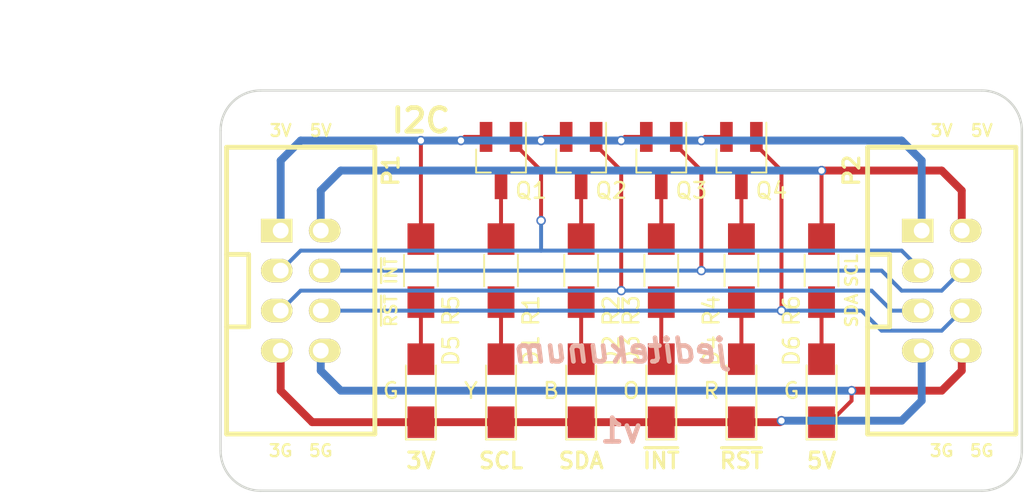
<source format=kicad_pcb>
(kicad_pcb (version 4) (host pcbnew 4.0.7)

  (general
    (links 34)
    (no_connects 0)
    (area 79.934999 71.044999 130.885001 96.595001)
    (thickness 1.6)
    (drawings 38)
    (tracks 101)
    (zones 0)
    (modules 18)
    (nets 19)
  )

  (page A4)
  (layers
    (0 F.Cu signal)
    (31 B.Cu signal)
    (32 B.Adhes user)
    (33 F.Adhes user)
    (34 B.Paste user)
    (35 F.Paste user)
    (36 B.SilkS user)
    (37 F.SilkS user)
    (38 B.Mask user)
    (39 F.Mask user)
    (40 Dwgs.User user)
    (41 Cmts.User user)
    (42 Eco1.User user)
    (43 Eco2.User user)
    (44 Edge.Cuts user)
    (45 Margin user)
    (46 B.CrtYd user)
    (47 F.CrtYd user)
    (48 B.Fab user)
    (49 F.Fab user)
  )

  (setup
    (last_trace_width 0.25)
    (user_trace_width 0.5)
    (user_trace_width 1)
    (trace_clearance 0.2)
    (zone_clearance 0.508)
    (zone_45_only no)
    (trace_min 0.2)
    (segment_width 0.2)
    (edge_width 0.15)
    (via_size 0.6)
    (via_drill 0.4)
    (via_min_size 0.4)
    (via_min_drill 0.3)
    (uvia_size 0.3)
    (uvia_drill 0.1)
    (uvias_allowed no)
    (uvia_min_size 0.2)
    (uvia_min_drill 0.1)
    (pcb_text_width 0.3)
    (pcb_text_size 1.5 1.5)
    (mod_edge_width 0.15)
    (mod_text_size 1 1)
    (mod_text_width 0.15)
    (pad_size 1.524 1.524)
    (pad_drill 0.762)
    (pad_to_mask_clearance 0.2)
    (aux_axis_origin 0 0)
    (visible_elements FFFFFF7F)
    (pcbplotparams
      (layerselection 0x00030_80000001)
      (usegerberextensions false)
      (excludeedgelayer true)
      (linewidth 0.100000)
      (plotframeref false)
      (viasonmask false)
      (mode 1)
      (useauxorigin false)
      (hpglpennumber 1)
      (hpglpenspeed 20)
      (hpglpendiameter 15)
      (hpglpenoverlay 2)
      (psnegative false)
      (psa4output false)
      (plotreference true)
      (plotvalue true)
      (plotinvisibletext false)
      (padsonsilk false)
      (subtractmaskfromsilk false)
      (outputformat 1)
      (mirror false)
      (drillshape 1)
      (scaleselection 1)
      (outputdirectory ""))
  )

  (net 0 "")
  (net 1 /3GND)
  (net 2 "Net-(D1-Pad2)")
  (net 3 "Net-(D2-Pad2)")
  (net 4 "Net-(D3-Pad2)")
  (net 5 "Net-(D4-Pad2)")
  (net 6 "Net-(D5-Pad2)")
  (net 7 /5GND)
  (net 8 "Net-(D6-Pad2)")
  (net 9 /3V)
  (net 10 /5V)
  (net 11 /SCL)
  (net 12 /~INT)
  (net 13 /SDA)
  (net 14 /~RESET)
  (net 15 "Net-(Q1-Pad3)")
  (net 16 "Net-(Q2-Pad3)")
  (net 17 "Net-(Q3-Pad3)")
  (net 18 "Net-(Q4-Pad3)")

  (net_class Default "This is the default net class."
    (clearance 0.2)
    (trace_width 0.25)
    (via_dia 0.6)
    (via_drill 0.4)
    (uvia_dia 0.3)
    (uvia_drill 0.1)
    (add_net /3GND)
    (add_net /3V)
    (add_net /5GND)
    (add_net /5V)
    (add_net /SCL)
    (add_net /SDA)
    (add_net /~INT)
    (add_net /~RESET)
    (add_net "Net-(D1-Pad2)")
    (add_net "Net-(D2-Pad2)")
    (add_net "Net-(D3-Pad2)")
    (add_net "Net-(D4-Pad2)")
    (add_net "Net-(D5-Pad2)")
    (add_net "Net-(D6-Pad2)")
    (add_net "Net-(Q1-Pad3)")
    (add_net "Net-(Q2-Pad3)")
    (add_net "Net-(Q3-Pad3)")
    (add_net "Net-(Q4-Pad3)")
  )

  (module w_conn_strip:vasch_strip_4x2 (layer F.Cu) (tedit 5A9AC63D) (tstamp 5A11EFF8)
    (at 125.73 83.82 270)
    (descr "Box header 4x2pin 2.54mm")
    (tags "CONN DEV")
    (path /5A11EF23)
    (fp_text reference P2 (at -7.62 5.715 270) (layer F.SilkS)
      (effects (font (size 1 1) (thickness 0.2032)))
    )
    (fp_text value MY_CONN_I2C (at 0 5.7 270) (layer F.SilkS) hide
      (effects (font (size 1 1) (thickness 0.2032)))
    )
    (fp_line (start -9.1 4.7) (end 9.1 4.7) (layer F.SilkS) (width 0.3048))
    (fp_line (start 9.1 -4.7) (end -9.1 -4.7) (layer F.SilkS) (width 0.3048))
    (fp_line (start -9.1 -4.7) (end -9.1 4.7) (layer F.SilkS) (width 0.3048))
    (fp_line (start 9.1 -4.7) (end 9.1 4.7) (layer F.SilkS) (width 0.3048))
    (fp_line (start 2.3 4.7) (end 2.3 3.3) (layer F.SilkS) (width 0.29972))
    (fp_line (start 2.3 3.3) (end -2.3 3.3) (layer F.SilkS) (width 0.29972))
    (fp_line (start -2.3 3.3) (end -2.3 4.7) (layer F.SilkS) (width 0.29972))
    (pad 8 thru_hole oval (at 3.81 -1.27 270) (size 1.5 2) (drill 1 (offset 0 -0.25)) (layers *.Cu *.Mask F.SilkS)
      (net 7 /5GND))
    (pad 7 thru_hole oval (at 3.81 1.27 270) (size 1.5 2) (drill 1 (offset 0 0.25)) (layers *.Cu *.Mask F.SilkS)
      (net 1 /3GND))
    (pad 1 thru_hole rect (at -3.81 1.27 270) (size 1.5 2) (drill 1 (offset 0 0.25)) (layers *.Cu *.Mask F.SilkS)
      (net 9 /3V))
    (pad 2 thru_hole oval (at -3.81 -1.27 270) (size 1.5 2) (drill 1 (offset 0 -0.25)) (layers *.Cu *.Mask F.SilkS)
      (net 10 /5V))
    (pad 3 thru_hole oval (at -1.27 1.27 270) (size 1.5 2) (drill 1 (offset 0 0.25)) (layers *.Cu *.Mask F.SilkS)
      (net 11 /SCL))
    (pad 4 thru_hole oval (at -1.27 -1.27 270) (size 1.5 2) (drill 1 (offset 0 -0.25)) (layers *.Cu *.Mask F.SilkS)
      (net 12 /~INT))
    (pad 5 thru_hole oval (at 1.27 1.27 270) (size 1.5 2) (drill 1 (offset 0 0.25)) (layers *.Cu *.Mask F.SilkS)
      (net 13 /SDA))
    (pad 6 thru_hole oval (at 1.27 -1.27 270) (size 1.5 2) (drill 1 (offset 0 -0.25)) (layers *.Cu *.Mask F.SilkS)
      (net 14 /~RESET))
    (model walter/conn_strip/vasch_strip_4x2.wrl
      (at (xyz 0 0 0))
      (scale (xyz 1 1 1))
      (rotate (xyz 0 0 0))
    )
  )

  (module LEDs:LED_1206_HandSoldering (layer F.Cu) (tedit 5A9ACFEE) (tstamp 5A9ABED4)
    (at 97.79 90.17 90)
    (descr "LED SMD 1206, hand soldering")
    (tags "LED 1206")
    (path /5A9ACCC0)
    (attr smd)
    (fp_text reference D1 (at 2.54 1.905 90) (layer F.SilkS)
      (effects (font (size 1 1) (thickness 0.15)))
    )
    (fp_text value Yellow (at 0 1.905 90) (layer F.Fab)
      (effects (font (size 1 1) (thickness 0.15)))
    )
    (fp_line (start -3.1 -0.95) (end -3.1 0.95) (layer F.SilkS) (width 0.12))
    (fp_line (start -0.4 0) (end 0.2 -0.4) (layer F.Fab) (width 0.1))
    (fp_line (start 0.2 -0.4) (end 0.2 0.4) (layer F.Fab) (width 0.1))
    (fp_line (start 0.2 0.4) (end -0.4 0) (layer F.Fab) (width 0.1))
    (fp_line (start -0.45 -0.4) (end -0.45 0.4) (layer F.Fab) (width 0.1))
    (fp_line (start -1.6 0.8) (end -1.6 -0.8) (layer F.Fab) (width 0.1))
    (fp_line (start 1.6 0.8) (end -1.6 0.8) (layer F.Fab) (width 0.1))
    (fp_line (start 1.6 -0.8) (end 1.6 0.8) (layer F.Fab) (width 0.1))
    (fp_line (start -1.6 -0.8) (end 1.6 -0.8) (layer F.Fab) (width 0.1))
    (fp_line (start -3.1 0.95) (end 1.6 0.95) (layer F.SilkS) (width 0.12))
    (fp_line (start -3.1 -0.95) (end 1.6 -0.95) (layer F.SilkS) (width 0.12))
    (fp_line (start -3.25 -1.11) (end 3.25 -1.11) (layer F.CrtYd) (width 0.05))
    (fp_line (start -3.25 -1.11) (end -3.25 1.1) (layer F.CrtYd) (width 0.05))
    (fp_line (start 3.25 1.1) (end 3.25 -1.11) (layer F.CrtYd) (width 0.05))
    (fp_line (start 3.25 1.1) (end -3.25 1.1) (layer F.CrtYd) (width 0.05))
    (pad 1 smd rect (at -2 0 90) (size 2 1.7) (layers F.Cu F.Paste F.Mask)
      (net 1 /3GND))
    (pad 2 smd rect (at 2 0 90) (size 2 1.7) (layers F.Cu F.Paste F.Mask)
      (net 2 "Net-(D1-Pad2)"))
    (model ${KISYS3DMOD}/LEDs.3dshapes/LED_1206.wrl
      (at (xyz 0 0 0))
      (scale (xyz 1 1 1))
      (rotate (xyz 0 0 180))
    )
  )

  (module LEDs:LED_1206_HandSoldering (layer F.Cu) (tedit 5A9ACFF5) (tstamp 5A9ABEDA)
    (at 102.87 90.17 90)
    (descr "LED SMD 1206, hand soldering")
    (tags "LED 1206")
    (path /5A9ACC61)
    (attr smd)
    (fp_text reference D2 (at 2.54 1.905 90) (layer F.SilkS)
      (effects (font (size 1 1) (thickness 0.15)))
    )
    (fp_text value Blue (at 0 1.905 90) (layer F.Fab)
      (effects (font (size 1 1) (thickness 0.15)))
    )
    (fp_line (start -3.1 -0.95) (end -3.1 0.95) (layer F.SilkS) (width 0.12))
    (fp_line (start -0.4 0) (end 0.2 -0.4) (layer F.Fab) (width 0.1))
    (fp_line (start 0.2 -0.4) (end 0.2 0.4) (layer F.Fab) (width 0.1))
    (fp_line (start 0.2 0.4) (end -0.4 0) (layer F.Fab) (width 0.1))
    (fp_line (start -0.45 -0.4) (end -0.45 0.4) (layer F.Fab) (width 0.1))
    (fp_line (start -1.6 0.8) (end -1.6 -0.8) (layer F.Fab) (width 0.1))
    (fp_line (start 1.6 0.8) (end -1.6 0.8) (layer F.Fab) (width 0.1))
    (fp_line (start 1.6 -0.8) (end 1.6 0.8) (layer F.Fab) (width 0.1))
    (fp_line (start -1.6 -0.8) (end 1.6 -0.8) (layer F.Fab) (width 0.1))
    (fp_line (start -3.1 0.95) (end 1.6 0.95) (layer F.SilkS) (width 0.12))
    (fp_line (start -3.1 -0.95) (end 1.6 -0.95) (layer F.SilkS) (width 0.12))
    (fp_line (start -3.25 -1.11) (end 3.25 -1.11) (layer F.CrtYd) (width 0.05))
    (fp_line (start -3.25 -1.11) (end -3.25 1.1) (layer F.CrtYd) (width 0.05))
    (fp_line (start 3.25 1.1) (end 3.25 -1.11) (layer F.CrtYd) (width 0.05))
    (fp_line (start 3.25 1.1) (end -3.25 1.1) (layer F.CrtYd) (width 0.05))
    (pad 1 smd rect (at -2 0 90) (size 2 1.7) (layers F.Cu F.Paste F.Mask)
      (net 1 /3GND))
    (pad 2 smd rect (at 2 0 90) (size 2 1.7) (layers F.Cu F.Paste F.Mask)
      (net 3 "Net-(D2-Pad2)"))
    (model ${KISYS3DMOD}/LEDs.3dshapes/LED_1206.wrl
      (at (xyz 0 0 0))
      (scale (xyz 1 1 1))
      (rotate (xyz 0 0 180))
    )
  )

  (module LEDs:LED_1206_HandSoldering (layer F.Cu) (tedit 5A9ACFFB) (tstamp 5A9ABEE0)
    (at 107.95 90.17 90)
    (descr "LED SMD 1206, hand soldering")
    (tags "LED 1206")
    (path /5A9ACC0E)
    (attr smd)
    (fp_text reference D3 (at 2.54 -1.905 90) (layer F.SilkS)
      (effects (font (size 1 1) (thickness 0.15)))
    )
    (fp_text value Orange (at 0 1.905 90) (layer F.Fab)
      (effects (font (size 1 1) (thickness 0.15)))
    )
    (fp_line (start -3.1 -0.95) (end -3.1 0.95) (layer F.SilkS) (width 0.12))
    (fp_line (start -0.4 0) (end 0.2 -0.4) (layer F.Fab) (width 0.1))
    (fp_line (start 0.2 -0.4) (end 0.2 0.4) (layer F.Fab) (width 0.1))
    (fp_line (start 0.2 0.4) (end -0.4 0) (layer F.Fab) (width 0.1))
    (fp_line (start -0.45 -0.4) (end -0.45 0.4) (layer F.Fab) (width 0.1))
    (fp_line (start -1.6 0.8) (end -1.6 -0.8) (layer F.Fab) (width 0.1))
    (fp_line (start 1.6 0.8) (end -1.6 0.8) (layer F.Fab) (width 0.1))
    (fp_line (start 1.6 -0.8) (end 1.6 0.8) (layer F.Fab) (width 0.1))
    (fp_line (start -1.6 -0.8) (end 1.6 -0.8) (layer F.Fab) (width 0.1))
    (fp_line (start -3.1 0.95) (end 1.6 0.95) (layer F.SilkS) (width 0.12))
    (fp_line (start -3.1 -0.95) (end 1.6 -0.95) (layer F.SilkS) (width 0.12))
    (fp_line (start -3.25 -1.11) (end 3.25 -1.11) (layer F.CrtYd) (width 0.05))
    (fp_line (start -3.25 -1.11) (end -3.25 1.1) (layer F.CrtYd) (width 0.05))
    (fp_line (start 3.25 1.1) (end 3.25 -1.11) (layer F.CrtYd) (width 0.05))
    (fp_line (start 3.25 1.1) (end -3.25 1.1) (layer F.CrtYd) (width 0.05))
    (pad 1 smd rect (at -2 0 90) (size 2 1.7) (layers F.Cu F.Paste F.Mask)
      (net 1 /3GND))
    (pad 2 smd rect (at 2 0 90) (size 2 1.7) (layers F.Cu F.Paste F.Mask)
      (net 4 "Net-(D3-Pad2)"))
    (model ${KISYS3DMOD}/LEDs.3dshapes/LED_1206.wrl
      (at (xyz 0 0 0))
      (scale (xyz 1 1 1))
      (rotate (xyz 0 0 180))
    )
  )

  (module LEDs:LED_1206_HandSoldering (layer F.Cu) (tedit 5A9AD001) (tstamp 5A9ABEE6)
    (at 113.03 90.17 90)
    (descr "LED SMD 1206, hand soldering")
    (tags "LED 1206")
    (path /5A9ACB53)
    (attr smd)
    (fp_text reference D4 (at 2.54 -1.905 90) (layer F.SilkS)
      (effects (font (size 1 1) (thickness 0.15)))
    )
    (fp_text value Red (at 0 1.905 90) (layer F.Fab)
      (effects (font (size 1 1) (thickness 0.15)))
    )
    (fp_line (start -3.1 -0.95) (end -3.1 0.95) (layer F.SilkS) (width 0.12))
    (fp_line (start -0.4 0) (end 0.2 -0.4) (layer F.Fab) (width 0.1))
    (fp_line (start 0.2 -0.4) (end 0.2 0.4) (layer F.Fab) (width 0.1))
    (fp_line (start 0.2 0.4) (end -0.4 0) (layer F.Fab) (width 0.1))
    (fp_line (start -0.45 -0.4) (end -0.45 0.4) (layer F.Fab) (width 0.1))
    (fp_line (start -1.6 0.8) (end -1.6 -0.8) (layer F.Fab) (width 0.1))
    (fp_line (start 1.6 0.8) (end -1.6 0.8) (layer F.Fab) (width 0.1))
    (fp_line (start 1.6 -0.8) (end 1.6 0.8) (layer F.Fab) (width 0.1))
    (fp_line (start -1.6 -0.8) (end 1.6 -0.8) (layer F.Fab) (width 0.1))
    (fp_line (start -3.1 0.95) (end 1.6 0.95) (layer F.SilkS) (width 0.12))
    (fp_line (start -3.1 -0.95) (end 1.6 -0.95) (layer F.SilkS) (width 0.12))
    (fp_line (start -3.25 -1.11) (end 3.25 -1.11) (layer F.CrtYd) (width 0.05))
    (fp_line (start -3.25 -1.11) (end -3.25 1.1) (layer F.CrtYd) (width 0.05))
    (fp_line (start 3.25 1.1) (end 3.25 -1.11) (layer F.CrtYd) (width 0.05))
    (fp_line (start 3.25 1.1) (end -3.25 1.1) (layer F.CrtYd) (width 0.05))
    (pad 1 smd rect (at -2 0 90) (size 2 1.7) (layers F.Cu F.Paste F.Mask)
      (net 1 /3GND))
    (pad 2 smd rect (at 2 0 90) (size 2 1.7) (layers F.Cu F.Paste F.Mask)
      (net 5 "Net-(D4-Pad2)"))
    (model ${KISYS3DMOD}/LEDs.3dshapes/LED_1206.wrl
      (at (xyz 0 0 0))
      (scale (xyz 1 1 1))
      (rotate (xyz 0 0 180))
    )
  )

  (module LEDs:LED_1206_HandSoldering (layer F.Cu) (tedit 5A9ACFE7) (tstamp 5A9ABEEC)
    (at 92.71 90.17 90)
    (descr "LED SMD 1206, hand soldering")
    (tags "LED 1206")
    (path /5A9ACAAB)
    (attr smd)
    (fp_text reference D5 (at 2.54 1.905 90) (layer F.SilkS)
      (effects (font (size 1 1) (thickness 0.15)))
    )
    (fp_text value Green (at 0 1.905 90) (layer F.Fab)
      (effects (font (size 1 1) (thickness 0.15)))
    )
    (fp_line (start -3.1 -0.95) (end -3.1 0.95) (layer F.SilkS) (width 0.12))
    (fp_line (start -0.4 0) (end 0.2 -0.4) (layer F.Fab) (width 0.1))
    (fp_line (start 0.2 -0.4) (end 0.2 0.4) (layer F.Fab) (width 0.1))
    (fp_line (start 0.2 0.4) (end -0.4 0) (layer F.Fab) (width 0.1))
    (fp_line (start -0.45 -0.4) (end -0.45 0.4) (layer F.Fab) (width 0.1))
    (fp_line (start -1.6 0.8) (end -1.6 -0.8) (layer F.Fab) (width 0.1))
    (fp_line (start 1.6 0.8) (end -1.6 0.8) (layer F.Fab) (width 0.1))
    (fp_line (start 1.6 -0.8) (end 1.6 0.8) (layer F.Fab) (width 0.1))
    (fp_line (start -1.6 -0.8) (end 1.6 -0.8) (layer F.Fab) (width 0.1))
    (fp_line (start -3.1 0.95) (end 1.6 0.95) (layer F.SilkS) (width 0.12))
    (fp_line (start -3.1 -0.95) (end 1.6 -0.95) (layer F.SilkS) (width 0.12))
    (fp_line (start -3.25 -1.11) (end 3.25 -1.11) (layer F.CrtYd) (width 0.05))
    (fp_line (start -3.25 -1.11) (end -3.25 1.1) (layer F.CrtYd) (width 0.05))
    (fp_line (start 3.25 1.1) (end 3.25 -1.11) (layer F.CrtYd) (width 0.05))
    (fp_line (start 3.25 1.1) (end -3.25 1.1) (layer F.CrtYd) (width 0.05))
    (pad 1 smd rect (at -2 0 90) (size 2 1.7) (layers F.Cu F.Paste F.Mask)
      (net 1 /3GND))
    (pad 2 smd rect (at 2 0 90) (size 2 1.7) (layers F.Cu F.Paste F.Mask)
      (net 6 "Net-(D5-Pad2)"))
    (model ${KISYS3DMOD}/LEDs.3dshapes/LED_1206.wrl
      (at (xyz 0 0 0))
      (scale (xyz 1 1 1))
      (rotate (xyz 0 0 180))
    )
  )

  (module LEDs:LED_1206_HandSoldering (layer F.Cu) (tedit 5A9AD006) (tstamp 5A9ABEF2)
    (at 118.11 90.17 90)
    (descr "LED SMD 1206, hand soldering")
    (tags "LED 1206")
    (path /5A9AC937)
    (attr smd)
    (fp_text reference D6 (at 2.54 -1.905 90) (layer F.SilkS)
      (effects (font (size 1 1) (thickness 0.15)))
    )
    (fp_text value Green (at 0 1.905 90) (layer F.Fab)
      (effects (font (size 1 1) (thickness 0.15)))
    )
    (fp_line (start -3.1 -0.95) (end -3.1 0.95) (layer F.SilkS) (width 0.12))
    (fp_line (start -0.4 0) (end 0.2 -0.4) (layer F.Fab) (width 0.1))
    (fp_line (start 0.2 -0.4) (end 0.2 0.4) (layer F.Fab) (width 0.1))
    (fp_line (start 0.2 0.4) (end -0.4 0) (layer F.Fab) (width 0.1))
    (fp_line (start -0.45 -0.4) (end -0.45 0.4) (layer F.Fab) (width 0.1))
    (fp_line (start -1.6 0.8) (end -1.6 -0.8) (layer F.Fab) (width 0.1))
    (fp_line (start 1.6 0.8) (end -1.6 0.8) (layer F.Fab) (width 0.1))
    (fp_line (start 1.6 -0.8) (end 1.6 0.8) (layer F.Fab) (width 0.1))
    (fp_line (start -1.6 -0.8) (end 1.6 -0.8) (layer F.Fab) (width 0.1))
    (fp_line (start -3.1 0.95) (end 1.6 0.95) (layer F.SilkS) (width 0.12))
    (fp_line (start -3.1 -0.95) (end 1.6 -0.95) (layer F.SilkS) (width 0.12))
    (fp_line (start -3.25 -1.11) (end 3.25 -1.11) (layer F.CrtYd) (width 0.05))
    (fp_line (start -3.25 -1.11) (end -3.25 1.1) (layer F.CrtYd) (width 0.05))
    (fp_line (start 3.25 1.1) (end 3.25 -1.11) (layer F.CrtYd) (width 0.05))
    (fp_line (start 3.25 1.1) (end -3.25 1.1) (layer F.CrtYd) (width 0.05))
    (pad 1 smd rect (at -2 0 90) (size 2 1.7) (layers F.Cu F.Paste F.Mask)
      (net 7 /5GND))
    (pad 2 smd rect (at 2 0 90) (size 2 1.7) (layers F.Cu F.Paste F.Mask)
      (net 8 "Net-(D6-Pad2)"))
    (model ${KISYS3DMOD}/LEDs.3dshapes/LED_1206.wrl
      (at (xyz 0 0 0))
      (scale (xyz 1 1 1))
      (rotate (xyz 0 0 180))
    )
  )

  (module w_conn_strip:vasch_strip_4x2 (layer F.Cu) (tedit 5A9AC5CB) (tstamp 5A9ABEF3)
    (at 85.09 83.82 270)
    (descr "Box header 4x2pin 2.54mm")
    (tags "CONN DEV")
    (path /5A9AB8D1)
    (fp_text reference P1 (at -7.62 -5.715 270) (layer F.SilkS)
      (effects (font (size 1 1) (thickness 0.2032)))
    )
    (fp_text value MY_CONN_I2C (at 0 5.7 270) (layer F.SilkS) hide
      (effects (font (size 1 1) (thickness 0.2032)))
    )
    (fp_line (start -9.1 4.7) (end 9.1 4.7) (layer F.SilkS) (width 0.3048))
    (fp_line (start 9.1 -4.7) (end -9.1 -4.7) (layer F.SilkS) (width 0.3048))
    (fp_line (start -9.1 -4.7) (end -9.1 4.7) (layer F.SilkS) (width 0.3048))
    (fp_line (start 9.1 -4.7) (end 9.1 4.7) (layer F.SilkS) (width 0.3048))
    (fp_line (start 2.3 4.7) (end 2.3 3.3) (layer F.SilkS) (width 0.29972))
    (fp_line (start 2.3 3.3) (end -2.3 3.3) (layer F.SilkS) (width 0.29972))
    (fp_line (start -2.3 3.3) (end -2.3 4.7) (layer F.SilkS) (width 0.29972))
    (pad 8 thru_hole oval (at 3.81 -1.27 270) (size 1.5 2) (drill 1 (offset 0 -0.25)) (layers *.Cu *.Mask F.SilkS)
      (net 7 /5GND))
    (pad 7 thru_hole oval (at 3.81 1.27 270) (size 1.5 2) (drill 1 (offset 0 0.25)) (layers *.Cu *.Mask F.SilkS)
      (net 1 /3GND))
    (pad 1 thru_hole rect (at -3.81 1.27 270) (size 1.5 2) (drill 1 (offset 0 0.25)) (layers *.Cu *.Mask F.SilkS)
      (net 9 /3V))
    (pad 2 thru_hole oval (at -3.81 -1.27 270) (size 1.5 2) (drill 1 (offset 0 -0.25)) (layers *.Cu *.Mask F.SilkS)
      (net 10 /5V))
    (pad 3 thru_hole oval (at -1.27 1.27 270) (size 1.5 2) (drill 1 (offset 0 0.25)) (layers *.Cu *.Mask F.SilkS)
      (net 11 /SCL))
    (pad 4 thru_hole oval (at -1.27 -1.27 270) (size 1.5 2) (drill 1 (offset 0 -0.25)) (layers *.Cu *.Mask F.SilkS)
      (net 12 /~INT))
    (pad 5 thru_hole oval (at 1.27 1.27 270) (size 1.5 2) (drill 1 (offset 0 0.25)) (layers *.Cu *.Mask F.SilkS)
      (net 13 /SDA))
    (pad 6 thru_hole oval (at 1.27 -1.27 270) (size 1.5 2) (drill 1 (offset 0 -0.25)) (layers *.Cu *.Mask F.SilkS)
      (net 14 /~RESET))
    (model walter/conn_strip/vasch_strip_4x2.wrl
      (at (xyz 0 0 0))
      (scale (xyz 1 1 1))
      (rotate (xyz 0 0 0))
    )
  )

  (module TO_SOT_Packages_SMD:SOT-23_Handsoldering (layer F.Cu) (tedit 5A9ACD33) (tstamp 5A9ABF04)
    (at 97.79 75.565 270)
    (descr "SOT-23, Handsoldering")
    (tags SOT-23)
    (path /5A9AC4E7)
    (attr smd)
    (fp_text reference Q1 (at 1.905 -1.905 360) (layer F.SilkS)
      (effects (font (size 1 1) (thickness 0.15)))
    )
    (fp_text value "IRLML P (GSD)" (at 0 2.5 270) (layer F.Fab) hide
      (effects (font (size 1 1) (thickness 0.15)))
    )
    (fp_text user %R (at 0 0 360) (layer F.Fab)
      (effects (font (size 0.5 0.5) (thickness 0.075)))
    )
    (fp_line (start 0.76 1.58) (end 0.76 0.65) (layer F.SilkS) (width 0.12))
    (fp_line (start 0.76 -1.58) (end 0.76 -0.65) (layer F.SilkS) (width 0.12))
    (fp_line (start -2.7 -1.75) (end 2.7 -1.75) (layer F.CrtYd) (width 0.05))
    (fp_line (start 2.7 -1.75) (end 2.7 1.75) (layer F.CrtYd) (width 0.05))
    (fp_line (start 2.7 1.75) (end -2.7 1.75) (layer F.CrtYd) (width 0.05))
    (fp_line (start -2.7 1.75) (end -2.7 -1.75) (layer F.CrtYd) (width 0.05))
    (fp_line (start 0.76 -1.58) (end -2.4 -1.58) (layer F.SilkS) (width 0.12))
    (fp_line (start -0.7 -0.95) (end -0.7 1.5) (layer F.Fab) (width 0.1))
    (fp_line (start -0.15 -1.52) (end 0.7 -1.52) (layer F.Fab) (width 0.1))
    (fp_line (start -0.7 -0.95) (end -0.15 -1.52) (layer F.Fab) (width 0.1))
    (fp_line (start 0.7 -1.52) (end 0.7 1.52) (layer F.Fab) (width 0.1))
    (fp_line (start -0.7 1.52) (end 0.7 1.52) (layer F.Fab) (width 0.1))
    (fp_line (start 0.76 1.58) (end -0.7 1.58) (layer F.SilkS) (width 0.12))
    (pad 1 smd rect (at -1.5 -0.95 270) (size 1.9 0.8) (layers F.Cu F.Paste F.Mask)
      (net 11 /SCL))
    (pad 2 smd rect (at -1.5 0.95 270) (size 1.9 0.8) (layers F.Cu F.Paste F.Mask)
      (net 9 /3V))
    (pad 3 smd rect (at 1.5 0 270) (size 1.9 0.8) (layers F.Cu F.Paste F.Mask)
      (net 15 "Net-(Q1-Pad3)"))
    (model ${KISYS3DMOD}/TO_SOT_Packages_SMD.3dshapes\SOT-23.wrl
      (at (xyz 0 0 0))
      (scale (xyz 1 1 1))
      (rotate (xyz 0 0 0))
    )
  )

  (module TO_SOT_Packages_SMD:SOT-23_Handsoldering (layer F.Cu) (tedit 5A9ACD1C) (tstamp 5A9ABF0B)
    (at 102.87 75.565 270)
    (descr "SOT-23, Handsoldering")
    (tags SOT-23)
    (path /5A9AC3F0)
    (attr smd)
    (fp_text reference Q2 (at 1.905 -1.905 360) (layer F.SilkS)
      (effects (font (size 1 1) (thickness 0.15)))
    )
    (fp_text value "IRLML P (GSD)" (at 0 2.5 270) (layer F.Fab) hide
      (effects (font (size 1 1) (thickness 0.15)))
    )
    (fp_text user %R (at 0 0 360) (layer F.Fab)
      (effects (font (size 0.5 0.5) (thickness 0.075)))
    )
    (fp_line (start 0.76 1.58) (end 0.76 0.65) (layer F.SilkS) (width 0.12))
    (fp_line (start 0.76 -1.58) (end 0.76 -0.65) (layer F.SilkS) (width 0.12))
    (fp_line (start -2.7 -1.75) (end 2.7 -1.75) (layer F.CrtYd) (width 0.05))
    (fp_line (start 2.7 -1.75) (end 2.7 1.75) (layer F.CrtYd) (width 0.05))
    (fp_line (start 2.7 1.75) (end -2.7 1.75) (layer F.CrtYd) (width 0.05))
    (fp_line (start -2.7 1.75) (end -2.7 -1.75) (layer F.CrtYd) (width 0.05))
    (fp_line (start 0.76 -1.58) (end -2.4 -1.58) (layer F.SilkS) (width 0.12))
    (fp_line (start -0.7 -0.95) (end -0.7 1.5) (layer F.Fab) (width 0.1))
    (fp_line (start -0.15 -1.52) (end 0.7 -1.52) (layer F.Fab) (width 0.1))
    (fp_line (start -0.7 -0.95) (end -0.15 -1.52) (layer F.Fab) (width 0.1))
    (fp_line (start 0.7 -1.52) (end 0.7 1.52) (layer F.Fab) (width 0.1))
    (fp_line (start -0.7 1.52) (end 0.7 1.52) (layer F.Fab) (width 0.1))
    (fp_line (start 0.76 1.58) (end -0.7 1.58) (layer F.SilkS) (width 0.12))
    (pad 1 smd rect (at -1.5 -0.95 270) (size 1.9 0.8) (layers F.Cu F.Paste F.Mask)
      (net 13 /SDA))
    (pad 2 smd rect (at -1.5 0.95 270) (size 1.9 0.8) (layers F.Cu F.Paste F.Mask)
      (net 9 /3V))
    (pad 3 smd rect (at 1.5 0 270) (size 1.9 0.8) (layers F.Cu F.Paste F.Mask)
      (net 16 "Net-(Q2-Pad3)"))
    (model ${KISYS3DMOD}/TO_SOT_Packages_SMD.3dshapes\SOT-23.wrl
      (at (xyz 0 0 0))
      (scale (xyz 1 1 1))
      (rotate (xyz 0 0 0))
    )
  )

  (module TO_SOT_Packages_SMD:SOT-23_Handsoldering (layer F.Cu) (tedit 5A9ACD24) (tstamp 5A9ABF12)
    (at 107.95 75.565 270)
    (descr "SOT-23, Handsoldering")
    (tags SOT-23)
    (path /5A9AC2E6)
    (attr smd)
    (fp_text reference Q3 (at 1.905 -1.905 360) (layer F.SilkS)
      (effects (font (size 1 1) (thickness 0.15)))
    )
    (fp_text value "IRLML P (GSD)" (at 0 2.5 270) (layer F.Fab) hide
      (effects (font (size 1 1) (thickness 0.15)))
    )
    (fp_text user %R (at 0 0 360) (layer F.Fab)
      (effects (font (size 0.5 0.5) (thickness 0.075)))
    )
    (fp_line (start 0.76 1.58) (end 0.76 0.65) (layer F.SilkS) (width 0.12))
    (fp_line (start 0.76 -1.58) (end 0.76 -0.65) (layer F.SilkS) (width 0.12))
    (fp_line (start -2.7 -1.75) (end 2.7 -1.75) (layer F.CrtYd) (width 0.05))
    (fp_line (start 2.7 -1.75) (end 2.7 1.75) (layer F.CrtYd) (width 0.05))
    (fp_line (start 2.7 1.75) (end -2.7 1.75) (layer F.CrtYd) (width 0.05))
    (fp_line (start -2.7 1.75) (end -2.7 -1.75) (layer F.CrtYd) (width 0.05))
    (fp_line (start 0.76 -1.58) (end -2.4 -1.58) (layer F.SilkS) (width 0.12))
    (fp_line (start -0.7 -0.95) (end -0.7 1.5) (layer F.Fab) (width 0.1))
    (fp_line (start -0.15 -1.52) (end 0.7 -1.52) (layer F.Fab) (width 0.1))
    (fp_line (start -0.7 -0.95) (end -0.15 -1.52) (layer F.Fab) (width 0.1))
    (fp_line (start 0.7 -1.52) (end 0.7 1.52) (layer F.Fab) (width 0.1))
    (fp_line (start -0.7 1.52) (end 0.7 1.52) (layer F.Fab) (width 0.1))
    (fp_line (start 0.76 1.58) (end -0.7 1.58) (layer F.SilkS) (width 0.12))
    (pad 1 smd rect (at -1.5 -0.95 270) (size 1.9 0.8) (layers F.Cu F.Paste F.Mask)
      (net 12 /~INT))
    (pad 2 smd rect (at -1.5 0.95 270) (size 1.9 0.8) (layers F.Cu F.Paste F.Mask)
      (net 9 /3V))
    (pad 3 smd rect (at 1.5 0 270) (size 1.9 0.8) (layers F.Cu F.Paste F.Mask)
      (net 17 "Net-(Q3-Pad3)"))
    (model ${KISYS3DMOD}/TO_SOT_Packages_SMD.3dshapes\SOT-23.wrl
      (at (xyz 0 0 0))
      (scale (xyz 1 1 1))
      (rotate (xyz 0 0 0))
    )
  )

  (module TO_SOT_Packages_SMD:SOT-23_Handsoldering (layer F.Cu) (tedit 5A9ACD28) (tstamp 5A9ABF19)
    (at 113.03 75.565 270)
    (descr "SOT-23, Handsoldering")
    (tags SOT-23)
    (path /5A9AC158)
    (attr smd)
    (fp_text reference Q4 (at 1.905 -1.905 360) (layer F.SilkS)
      (effects (font (size 1 1) (thickness 0.15)))
    )
    (fp_text value "IRLML P (GSD)" (at 0 2.5 270) (layer F.Fab) hide
      (effects (font (size 1 1) (thickness 0.15)))
    )
    (fp_text user %R (at 0 0 360) (layer F.Fab)
      (effects (font (size 0.5 0.5) (thickness 0.075)))
    )
    (fp_line (start 0.76 1.58) (end 0.76 0.65) (layer F.SilkS) (width 0.12))
    (fp_line (start 0.76 -1.58) (end 0.76 -0.65) (layer F.SilkS) (width 0.12))
    (fp_line (start -2.7 -1.75) (end 2.7 -1.75) (layer F.CrtYd) (width 0.05))
    (fp_line (start 2.7 -1.75) (end 2.7 1.75) (layer F.CrtYd) (width 0.05))
    (fp_line (start 2.7 1.75) (end -2.7 1.75) (layer F.CrtYd) (width 0.05))
    (fp_line (start -2.7 1.75) (end -2.7 -1.75) (layer F.CrtYd) (width 0.05))
    (fp_line (start 0.76 -1.58) (end -2.4 -1.58) (layer F.SilkS) (width 0.12))
    (fp_line (start -0.7 -0.95) (end -0.7 1.5) (layer F.Fab) (width 0.1))
    (fp_line (start -0.15 -1.52) (end 0.7 -1.52) (layer F.Fab) (width 0.1))
    (fp_line (start -0.7 -0.95) (end -0.15 -1.52) (layer F.Fab) (width 0.1))
    (fp_line (start 0.7 -1.52) (end 0.7 1.52) (layer F.Fab) (width 0.1))
    (fp_line (start -0.7 1.52) (end 0.7 1.52) (layer F.Fab) (width 0.1))
    (fp_line (start 0.76 1.58) (end -0.7 1.58) (layer F.SilkS) (width 0.12))
    (pad 1 smd rect (at -1.5 -0.95 270) (size 1.9 0.8) (layers F.Cu F.Paste F.Mask)
      (net 14 /~RESET))
    (pad 2 smd rect (at -1.5 0.95 270) (size 1.9 0.8) (layers F.Cu F.Paste F.Mask)
      (net 9 /3V))
    (pad 3 smd rect (at 1.5 0 270) (size 1.9 0.8) (layers F.Cu F.Paste F.Mask)
      (net 18 "Net-(Q4-Pad3)"))
    (model ${KISYS3DMOD}/TO_SOT_Packages_SMD.3dshapes\SOT-23.wrl
      (at (xyz 0 0 0))
      (scale (xyz 1 1 1))
      (rotate (xyz 0 0 0))
    )
  )

  (module Resistors_SMD:R_1206_HandSoldering (layer F.Cu) (tedit 5A9ACEC7) (tstamp 5A9ABF1F)
    (at 97.79 82.55 270)
    (descr "Resistor SMD 1206, hand soldering")
    (tags "resistor 1206")
    (path /5A9AC4D5)
    (attr smd)
    (fp_text reference R1 (at 2.54 -1.905 270) (layer F.SilkS)
      (effects (font (size 1 1) (thickness 0.15)))
    )
    (fp_text value 220 (at 0 1.9 270) (layer F.Fab)
      (effects (font (size 1 1) (thickness 0.15)))
    )
    (fp_text user %R (at 0 0 270) (layer F.Fab)
      (effects (font (size 0.7 0.7) (thickness 0.105)))
    )
    (fp_line (start -1.6 0.8) (end -1.6 -0.8) (layer F.Fab) (width 0.1))
    (fp_line (start 1.6 0.8) (end -1.6 0.8) (layer F.Fab) (width 0.1))
    (fp_line (start 1.6 -0.8) (end 1.6 0.8) (layer F.Fab) (width 0.1))
    (fp_line (start -1.6 -0.8) (end 1.6 -0.8) (layer F.Fab) (width 0.1))
    (fp_line (start 1 1.07) (end -1 1.07) (layer F.SilkS) (width 0.12))
    (fp_line (start -1 -1.07) (end 1 -1.07) (layer F.SilkS) (width 0.12))
    (fp_line (start -3.25 -1.11) (end 3.25 -1.11) (layer F.CrtYd) (width 0.05))
    (fp_line (start -3.25 -1.11) (end -3.25 1.1) (layer F.CrtYd) (width 0.05))
    (fp_line (start 3.25 1.1) (end 3.25 -1.11) (layer F.CrtYd) (width 0.05))
    (fp_line (start 3.25 1.1) (end -3.25 1.1) (layer F.CrtYd) (width 0.05))
    (pad 1 smd rect (at -2 0 270) (size 2 1.7) (layers F.Cu F.Paste F.Mask)
      (net 15 "Net-(Q1-Pad3)"))
    (pad 2 smd rect (at 2 0 270) (size 2 1.7) (layers F.Cu F.Paste F.Mask)
      (net 2 "Net-(D1-Pad2)"))
    (model ${KISYS3DMOD}/Resistors_SMD.3dshapes/R_1206.wrl
      (at (xyz 0 0 0))
      (scale (xyz 1 1 1))
      (rotate (xyz 0 0 0))
    )
  )

  (module Resistors_SMD:R_1206_HandSoldering (layer F.Cu) (tedit 5A9ACECB) (tstamp 5A9ABF25)
    (at 102.87 82.55 270)
    (descr "Resistor SMD 1206, hand soldering")
    (tags "resistor 1206")
    (path /5A9AC3DE)
    (attr smd)
    (fp_text reference R2 (at 2.54 -1.905 270) (layer F.SilkS)
      (effects (font (size 1 1) (thickness 0.15)))
    )
    (fp_text value 220 (at 0 1.9 270) (layer F.Fab)
      (effects (font (size 1 1) (thickness 0.15)))
    )
    (fp_text user %R (at 0 0 270) (layer F.Fab)
      (effects (font (size 0.7 0.7) (thickness 0.105)))
    )
    (fp_line (start -1.6 0.8) (end -1.6 -0.8) (layer F.Fab) (width 0.1))
    (fp_line (start 1.6 0.8) (end -1.6 0.8) (layer F.Fab) (width 0.1))
    (fp_line (start 1.6 -0.8) (end 1.6 0.8) (layer F.Fab) (width 0.1))
    (fp_line (start -1.6 -0.8) (end 1.6 -0.8) (layer F.Fab) (width 0.1))
    (fp_line (start 1 1.07) (end -1 1.07) (layer F.SilkS) (width 0.12))
    (fp_line (start -1 -1.07) (end 1 -1.07) (layer F.SilkS) (width 0.12))
    (fp_line (start -3.25 -1.11) (end 3.25 -1.11) (layer F.CrtYd) (width 0.05))
    (fp_line (start -3.25 -1.11) (end -3.25 1.1) (layer F.CrtYd) (width 0.05))
    (fp_line (start 3.25 1.1) (end 3.25 -1.11) (layer F.CrtYd) (width 0.05))
    (fp_line (start 3.25 1.1) (end -3.25 1.1) (layer F.CrtYd) (width 0.05))
    (pad 1 smd rect (at -2 0 270) (size 2 1.7) (layers F.Cu F.Paste F.Mask)
      (net 16 "Net-(Q2-Pad3)"))
    (pad 2 smd rect (at 2 0 270) (size 2 1.7) (layers F.Cu F.Paste F.Mask)
      (net 3 "Net-(D2-Pad2)"))
    (model ${KISYS3DMOD}/Resistors_SMD.3dshapes/R_1206.wrl
      (at (xyz 0 0 0))
      (scale (xyz 1 1 1))
      (rotate (xyz 0 0 0))
    )
  )

  (module Resistors_SMD:R_1206_HandSoldering (layer F.Cu) (tedit 5A9ACFB5) (tstamp 5A9ABF2B)
    (at 107.95 82.55 270)
    (descr "Resistor SMD 1206, hand soldering")
    (tags "resistor 1206")
    (path /5A9AC2D4)
    (attr smd)
    (fp_text reference R3 (at 2.54 1.905 270) (layer F.SilkS)
      (effects (font (size 1 1) (thickness 0.15)))
    )
    (fp_text value 220 (at 0 1.9 270) (layer F.Fab)
      (effects (font (size 1 1) (thickness 0.15)))
    )
    (fp_text user %R (at 0 0 270) (layer F.Fab)
      (effects (font (size 0.7 0.7) (thickness 0.105)))
    )
    (fp_line (start -1.6 0.8) (end -1.6 -0.8) (layer F.Fab) (width 0.1))
    (fp_line (start 1.6 0.8) (end -1.6 0.8) (layer F.Fab) (width 0.1))
    (fp_line (start 1.6 -0.8) (end 1.6 0.8) (layer F.Fab) (width 0.1))
    (fp_line (start -1.6 -0.8) (end 1.6 -0.8) (layer F.Fab) (width 0.1))
    (fp_line (start 1 1.07) (end -1 1.07) (layer F.SilkS) (width 0.12))
    (fp_line (start -1 -1.07) (end 1 -1.07) (layer F.SilkS) (width 0.12))
    (fp_line (start -3.25 -1.11) (end 3.25 -1.11) (layer F.CrtYd) (width 0.05))
    (fp_line (start -3.25 -1.11) (end -3.25 1.1) (layer F.CrtYd) (width 0.05))
    (fp_line (start 3.25 1.1) (end 3.25 -1.11) (layer F.CrtYd) (width 0.05))
    (fp_line (start 3.25 1.1) (end -3.25 1.1) (layer F.CrtYd) (width 0.05))
    (pad 1 smd rect (at -2 0 270) (size 2 1.7) (layers F.Cu F.Paste F.Mask)
      (net 17 "Net-(Q3-Pad3)"))
    (pad 2 smd rect (at 2 0 270) (size 2 1.7) (layers F.Cu F.Paste F.Mask)
      (net 4 "Net-(D3-Pad2)"))
    (model ${KISYS3DMOD}/Resistors_SMD.3dshapes/R_1206.wrl
      (at (xyz 0 0 0))
      (scale (xyz 1 1 1))
      (rotate (xyz 0 0 0))
    )
  )

  (module Resistors_SMD:R_1206_HandSoldering (layer F.Cu) (tedit 5A9ACFBA) (tstamp 5A9ABF31)
    (at 113.03 82.55 270)
    (descr "Resistor SMD 1206, hand soldering")
    (tags "resistor 1206")
    (path /5A9ABA08)
    (attr smd)
    (fp_text reference R4 (at 2.54 1.905 270) (layer F.SilkS)
      (effects (font (size 1 1) (thickness 0.15)))
    )
    (fp_text value 220 (at 0 1.9 270) (layer F.Fab)
      (effects (font (size 1 1) (thickness 0.15)))
    )
    (fp_text user %R (at 0 0 270) (layer F.Fab)
      (effects (font (size 0.7 0.7) (thickness 0.105)))
    )
    (fp_line (start -1.6 0.8) (end -1.6 -0.8) (layer F.Fab) (width 0.1))
    (fp_line (start 1.6 0.8) (end -1.6 0.8) (layer F.Fab) (width 0.1))
    (fp_line (start 1.6 -0.8) (end 1.6 0.8) (layer F.Fab) (width 0.1))
    (fp_line (start -1.6 -0.8) (end 1.6 -0.8) (layer F.Fab) (width 0.1))
    (fp_line (start 1 1.07) (end -1 1.07) (layer F.SilkS) (width 0.12))
    (fp_line (start -1 -1.07) (end 1 -1.07) (layer F.SilkS) (width 0.12))
    (fp_line (start -3.25 -1.11) (end 3.25 -1.11) (layer F.CrtYd) (width 0.05))
    (fp_line (start -3.25 -1.11) (end -3.25 1.1) (layer F.CrtYd) (width 0.05))
    (fp_line (start 3.25 1.1) (end 3.25 -1.11) (layer F.CrtYd) (width 0.05))
    (fp_line (start 3.25 1.1) (end -3.25 1.1) (layer F.CrtYd) (width 0.05))
    (pad 1 smd rect (at -2 0 270) (size 2 1.7) (layers F.Cu F.Paste F.Mask)
      (net 18 "Net-(Q4-Pad3)"))
    (pad 2 smd rect (at 2 0 270) (size 2 1.7) (layers F.Cu F.Paste F.Mask)
      (net 5 "Net-(D4-Pad2)"))
    (model ${KISYS3DMOD}/Resistors_SMD.3dshapes/R_1206.wrl
      (at (xyz 0 0 0))
      (scale (xyz 1 1 1))
      (rotate (xyz 0 0 0))
    )
  )

  (module Resistors_SMD:R_1206_HandSoldering (layer F.Cu) (tedit 5A9ACEC5) (tstamp 5A9ABF37)
    (at 92.71 82.55 270)
    (descr "Resistor SMD 1206, hand soldering")
    (tags "resistor 1206")
    (path /5A9AC6C6)
    (attr smd)
    (fp_text reference R5 (at 2.54 -1.905 450) (layer F.SilkS)
      (effects (font (size 1 1) (thickness 0.15)))
    )
    (fp_text value 220 (at 0 1.9 270) (layer F.Fab)
      (effects (font (size 1 1) (thickness 0.15)))
    )
    (fp_text user %R (at 0 0 270) (layer F.Fab)
      (effects (font (size 0.7 0.7) (thickness 0.105)))
    )
    (fp_line (start -1.6 0.8) (end -1.6 -0.8) (layer F.Fab) (width 0.1))
    (fp_line (start 1.6 0.8) (end -1.6 0.8) (layer F.Fab) (width 0.1))
    (fp_line (start 1.6 -0.8) (end 1.6 0.8) (layer F.Fab) (width 0.1))
    (fp_line (start -1.6 -0.8) (end 1.6 -0.8) (layer F.Fab) (width 0.1))
    (fp_line (start 1 1.07) (end -1 1.07) (layer F.SilkS) (width 0.12))
    (fp_line (start -1 -1.07) (end 1 -1.07) (layer F.SilkS) (width 0.12))
    (fp_line (start -3.25 -1.11) (end 3.25 -1.11) (layer F.CrtYd) (width 0.05))
    (fp_line (start -3.25 -1.11) (end -3.25 1.1) (layer F.CrtYd) (width 0.05))
    (fp_line (start 3.25 1.1) (end 3.25 -1.11) (layer F.CrtYd) (width 0.05))
    (fp_line (start 3.25 1.1) (end -3.25 1.1) (layer F.CrtYd) (width 0.05))
    (pad 1 smd rect (at -2 0 270) (size 2 1.7) (layers F.Cu F.Paste F.Mask)
      (net 9 /3V))
    (pad 2 smd rect (at 2 0 270) (size 2 1.7) (layers F.Cu F.Paste F.Mask)
      (net 6 "Net-(D5-Pad2)"))
    (model ${KISYS3DMOD}/Resistors_SMD.3dshapes/R_1206.wrl
      (at (xyz 0 0 0))
      (scale (xyz 1 1 1))
      (rotate (xyz 0 0 0))
    )
  )

  (module Resistors_SMD:R_1206_HandSoldering (layer F.Cu) (tedit 5A9ACED9) (tstamp 5A9ABF3D)
    (at 118.11 82.55 270)
    (descr "Resistor SMD 1206, hand soldering")
    (tags "resistor 1206")
    (path /5A9ABA4A)
    (attr smd)
    (fp_text reference R6 (at 2.54 1.905 450) (layer F.SilkS)
      (effects (font (size 1 1) (thickness 0.15)))
    )
    (fp_text value 470 (at 0 1.9 270) (layer F.Fab)
      (effects (font (size 1 1) (thickness 0.15)))
    )
    (fp_text user %R (at 0 0 270) (layer F.Fab)
      (effects (font (size 0.7 0.7) (thickness 0.105)))
    )
    (fp_line (start -1.6 0.8) (end -1.6 -0.8) (layer F.Fab) (width 0.1))
    (fp_line (start 1.6 0.8) (end -1.6 0.8) (layer F.Fab) (width 0.1))
    (fp_line (start 1.6 -0.8) (end 1.6 0.8) (layer F.Fab) (width 0.1))
    (fp_line (start -1.6 -0.8) (end 1.6 -0.8) (layer F.Fab) (width 0.1))
    (fp_line (start 1 1.07) (end -1 1.07) (layer F.SilkS) (width 0.12))
    (fp_line (start -1 -1.07) (end 1 -1.07) (layer F.SilkS) (width 0.12))
    (fp_line (start -3.25 -1.11) (end 3.25 -1.11) (layer F.CrtYd) (width 0.05))
    (fp_line (start -3.25 -1.11) (end -3.25 1.1) (layer F.CrtYd) (width 0.05))
    (fp_line (start 3.25 1.1) (end 3.25 -1.11) (layer F.CrtYd) (width 0.05))
    (fp_line (start 3.25 1.1) (end -3.25 1.1) (layer F.CrtYd) (width 0.05))
    (pad 1 smd rect (at -2 0 270) (size 2 1.7) (layers F.Cu F.Paste F.Mask)
      (net 10 /5V))
    (pad 2 smd rect (at 2 0 270) (size 2 1.7) (layers F.Cu F.Paste F.Mask)
      (net 8 "Net-(D6-Pad2)"))
    (model ${KISYS3DMOD}/Resistors_SMD.3dshapes/R_1206.wrl
      (at (xyz 0 0 0))
      (scale (xyz 1 1 1))
      (rotate (xyz 0 0 0))
    )
  )

  (gr_text v1 (at 105.41 92.71) (layer B.SilkS)
    (effects (font (size 1.5 1.5) (thickness 0.3)) (justify mirror))
  )
  (gr_text jeditekunum (at 105.41 87.63) (layer B.SilkS)
    (effects (font (size 1.5 1.5) (thickness 0.3) italic) (justify mirror))
  )
  (gr_text I2C (at 92.71 73.025) (layer F.SilkS)
    (effects (font (size 1.5 1.5) (thickness 0.3)))
  )
  (gr_text G (at 116.205 90.17) (layer F.SilkS)
    (effects (font (size 1 1) (thickness 0.15)))
  )
  (gr_text R (at 111.125 90.17) (layer F.SilkS)
    (effects (font (size 1 1) (thickness 0.15)))
  )
  (gr_text O (at 106.045 90.17) (layer F.SilkS)
    (effects (font (size 1 1) (thickness 0.15)))
  )
  (gr_text B (at 100.965 90.17) (layer F.SilkS)
    (effects (font (size 1 1) (thickness 0.15)))
  )
  (gr_text Y (at 95.885 90.17) (layer F.SilkS)
    (effects (font (size 1 1) (thickness 0.15)))
  )
  (gr_text G (at 90.805 90.17) (layer F.SilkS)
    (effects (font (size 1 1) (thickness 0.15)))
  )
  (gr_line (start 80.01 93.98) (end 80.01 73.66) (angle 90) (layer Edge.Cuts) (width 0.15))
  (gr_line (start 128.27 96.52) (end 82.55 96.52) (angle 90) (layer Edge.Cuts) (width 0.15))
  (gr_line (start 130.81 73.66) (end 130.81 93.98) (angle 90) (layer Edge.Cuts) (width 0.15))
  (gr_line (start 82.55 71.12) (end 128.27 71.12) (angle 90) (layer Edge.Cuts) (width 0.15))
  (dimension 50.8 (width 0.3) (layer Cmts.User)
    (gr_text "2.0000 in" (at 105.41 67.23) (layer Cmts.User)
      (effects (font (size 1.5 1.5) (thickness 0.3)))
    )
    (feature1 (pts (xy 130.81 71.12) (xy 130.81 65.88)))
    (feature2 (pts (xy 80.01 71.12) (xy 80.01 65.88)))
    (crossbar (pts (xy 80.01 68.58) (xy 130.81 68.58)))
    (arrow1a (pts (xy 130.81 68.58) (xy 129.683496 69.166421)))
    (arrow1b (pts (xy 130.81 68.58) (xy 129.683496 67.993579)))
    (arrow2a (pts (xy 80.01 68.58) (xy 81.136504 69.166421)))
    (arrow2b (pts (xy 80.01 68.58) (xy 81.136504 67.993579)))
  )
  (dimension 25.4 (width 0.3) (layer Cmts.User)
    (gr_text "1.0000 in" (at 72.31 83.82 90) (layer Cmts.User)
      (effects (font (size 1.5 1.5) (thickness 0.3)))
    )
    (feature1 (pts (xy 78.105 71.12) (xy 70.96 71.12)))
    (feature2 (pts (xy 78.105 96.52) (xy 70.96 96.52)))
    (crossbar (pts (xy 73.66 96.52) (xy 73.66 71.12)))
    (arrow1a (pts (xy 73.66 71.12) (xy 74.246421 72.246504)))
    (arrow1b (pts (xy 73.66 71.12) (xy 73.073579 72.246504)))
    (arrow2a (pts (xy 73.66 96.52) (xy 74.246421 95.393496)))
    (arrow2b (pts (xy 73.66 96.52) (xy 73.073579 95.393496)))
  )
  (dimension 24.765 (width 0.3) (layer Cmts.User)
    (gr_text "0.9750 in" (at 73.58 83.5025 90) (layer Cmts.User) (tstamp 5A9ACA45)
      (effects (font (size 1.5 1.5) (thickness 0.3)))
    )
    (feature1 (pts (xy 78.74 71.12) (xy 72.23 71.12)))
    (feature2 (pts (xy 78.74 95.885) (xy 72.23 95.885)))
    (crossbar (pts (xy 74.93 95.885) (xy 74.93 71.12)))
    (arrow1a (pts (xy 74.93 71.12) (xy 75.516421 72.246504)))
    (arrow1b (pts (xy 74.93 71.12) (xy 74.343579 72.246504)))
    (arrow2a (pts (xy 74.93 95.885) (xy 75.516421 94.758496)))
    (arrow2b (pts (xy 74.93 95.885) (xy 74.343579 94.758496)))
  )
  (gr_arc (start 128.27 73.66) (end 128.27 71.12) (angle 90) (layer Edge.Cuts) (width 0.15))
  (gr_arc (start 82.55 93.98) (end 82.55 96.52) (angle 90) (layer Edge.Cuts) (width 0.15))
  (gr_arc (start 128.27 93.98) (end 130.81 93.98) (angle 90) (layer Edge.Cuts) (width 0.15))
  (gr_text SDA (at 120.015 85.09 90) (layer F.SilkS)
    (effects (font (size 0.75 0.75) (thickness 0.15)))
  )
  (gr_text SCL (at 120.015 82.55 90) (layer F.SilkS)
    (effects (font (size 0.75 0.75) (thickness 0.15)))
  )
  (gr_text ~RST (at 90.805 85.09 90) (layer F.SilkS)
    (effects (font (size 0.75 0.75) (thickness 0.15)))
  )
  (gr_text ~INT (at 90.805 82.55 90) (layer F.SilkS)
    (effects (font (size 0.75 0.75) (thickness 0.15)))
  )
  (gr_text 5G (at 86.36 93.98) (layer F.SilkS)
    (effects (font (size 0.75 0.75) (thickness 0.15)))
  )
  (gr_text 5G (at 128.27 93.98) (layer F.SilkS)
    (effects (font (size 0.75 0.75) (thickness 0.15)))
  )
  (gr_text 3G (at 125.73 93.98) (layer F.SilkS)
    (effects (font (size 0.75 0.75) (thickness 0.15)))
  )
  (gr_text 3G (at 83.82 93.98) (layer F.SilkS)
    (effects (font (size 0.75 0.75) (thickness 0.15)))
  )
  (gr_text 5V (at 86.36 73.66) (layer F.SilkS)
    (effects (font (size 0.75 0.75) (thickness 0.15)))
  )
  (gr_text 5V (at 128.27 73.66) (layer F.SilkS)
    (effects (font (size 0.75 0.75) (thickness 0.15)))
  )
  (gr_text 3V (at 125.73 73.66) (layer F.SilkS)
    (effects (font (size 0.75 0.75) (thickness 0.15)))
  )
  (gr_text 3V (at 83.82 73.66) (layer F.SilkS)
    (effects (font (size 0.75 0.75) (thickness 0.15)))
  )
  (gr_text 5V (at 118.11 94.615) (layer F.SilkS)
    (effects (font (size 1 1) (thickness 0.2)))
  )
  (gr_text 3V (at 92.71 94.615) (layer F.SilkS)
    (effects (font (size 1 1) (thickness 0.2)))
  )
  (gr_text ~RST (at 113.03 94.615) (layer F.SilkS)
    (effects (font (size 1 1) (thickness 0.2)))
  )
  (gr_text ~INT (at 107.95 94.615) (layer F.SilkS)
    (effects (font (size 1 1) (thickness 0.2)))
  )
  (gr_text SDA (at 102.87 94.615) (layer F.SilkS)
    (effects (font (size 1 1) (thickness 0.2)))
  )
  (gr_arc (start 82.55 73.66) (end 80.01 73.66) (angle 90) (layer Edge.Cuts) (width 0.15))
  (gr_text SCL (at 97.79 94.615) (layer F.SilkS)
    (effects (font (size 1 1) (thickness 0.2)))
  )

  (segment (start 113.03 92.17) (end 115.475 92.17) (width 0.5) (layer F.Cu) (net 1) (status 400000))
  (segment (start 124.46 90.805) (end 124.46 87.63) (width 0.5) (layer B.Cu) (net 1) (tstamp 5A9ACC20) (status 800000))
  (segment (start 123.19 92.075) (end 124.46 90.805) (width 0.5) (layer B.Cu) (net 1) (tstamp 5A9ACC1F))
  (segment (start 115.57 92.075) (end 123.19 92.075) (width 0.5) (layer B.Cu) (net 1) (tstamp 5A9ACC1E))
  (via (at 115.57 92.075) (size 0.6) (drill 0.4) (layers F.Cu B.Cu) (net 1))
  (segment (start 115.475 92.17) (end 115.57 92.075) (width 0.5) (layer F.Cu) (net 1) (tstamp 5A9ACC1A))
  (segment (start 83.82 87.63) (end 83.82 90.17) (width 0.5) (layer F.Cu) (net 1))
  (segment (start 85.82 92.17) (end 92.71 92.17) (width 0.5) (layer F.Cu) (net 1) (tstamp 5A9ACB58))
  (segment (start 83.82 90.17) (end 85.82 92.17) (width 0.5) (layer F.Cu) (net 1) (tstamp 5A9ACB54))
  (segment (start 107.95 92.17) (end 113.03 92.17) (width 0.5) (layer F.Cu) (net 1))
  (segment (start 102.87 92.17) (end 107.95 92.17) (width 0.5) (layer F.Cu) (net 1))
  (segment (start 97.79 92.17) (end 102.87 92.17) (width 0.5) (layer F.Cu) (net 1))
  (segment (start 92.71 92.17) (end 97.79 92.17) (width 0.5) (layer F.Cu) (net 1))
  (segment (start 97.79 84.55) (end 97.79 88.17) (width 0.25) (layer F.Cu) (net 2))
  (segment (start 102.87 84.55) (end 102.87 88.17) (width 0.25) (layer F.Cu) (net 3))
  (segment (start 107.95 84.55) (end 107.95 88.17) (width 0.25) (layer F.Cu) (net 4))
  (segment (start 113.03 84.55) (end 113.03 88.17) (width 0.25) (layer F.Cu) (net 5))
  (segment (start 92.71 84.55) (end 92.71 88.17) (width 0.25) (layer F.Cu) (net 6))
  (segment (start 118.11 92.17) (end 118.65 92.17) (width 0.25) (layer F.Cu) (net 7) (status C00000))
  (segment (start 118.65 92.17) (end 120.015 90.805) (width 0.25) (layer F.Cu) (net 7) (tstamp 5A9AD01D) (status 400000))
  (segment (start 120.015 90.805) (end 120.015 90.17) (width 0.25) (layer F.Cu) (net 7) (tstamp 5A9AD01E))
  (segment (start 127 87.63) (end 127 88.9) (width 0.5) (layer F.Cu) (net 7) (status 400000))
  (segment (start 86.36 88.9) (end 87.63 90.17) (width 0.5) (layer B.Cu) (net 7) (tstamp 5A9ACBFC))
  (segment (start 87.63 90.17) (end 120.015 90.17) (width 0.5) (layer B.Cu) (net 7) (tstamp 5A9ACC00))
  (segment (start 86.36 88.9) (end 86.36 87.63) (width 0.5) (layer B.Cu) (net 7) (status 800000))
  (via (at 120.015 90.17) (size 0.6) (drill 0.4) (layers F.Cu B.Cu) (net 7))
  (segment (start 125.73 90.17) (end 120.015 90.17) (width 0.5) (layer F.Cu) (net 7) (tstamp 5A9ACC0F))
  (segment (start 127 88.9) (end 125.73 90.17) (width 0.5) (layer F.Cu) (net 7) (tstamp 5A9ACC0C))
  (segment (start 118.11 84.55) (end 118.11 88.17) (width 0.25) (layer F.Cu) (net 8))
  (segment (start 110.49 74.295) (end 123.19 74.295) (width 0.5) (layer B.Cu) (net 9))
  (segment (start 124.46 75.565) (end 124.46 80.01) (width 0.5) (layer B.Cu) (net 9) (tstamp 5A9ACBE5) (status 800000))
  (segment (start 123.19 74.295) (end 124.46 75.565) (width 0.5) (layer B.Cu) (net 9) (tstamp 5A9ACBDC))
  (segment (start 83.82 80.01) (end 83.82 75.565) (width 0.5) (layer B.Cu) (net 9))
  (segment (start 85.09 74.295) (end 92.71 74.295) (width 0.5) (layer B.Cu) (net 9) (tstamp 5A9ACB32))
  (segment (start 83.82 75.565) (end 85.09 74.295) (width 0.5) (layer B.Cu) (net 9) (tstamp 5A9ACB2F))
  (via (at 92.71 74.295) (size 0.6) (drill 0.4) (layers F.Cu B.Cu) (net 9))
  (segment (start 92.71 74.295) (end 92.71 80.55) (width 0.25) (layer F.Cu) (net 9) (tstamp 5A9AC8A8))
  (via (at 95.25 74.295) (size 0.6) (drill 0.4) (layers F.Cu B.Cu) (net 9))
  (segment (start 96.84 74.065) (end 95.48 74.065) (width 0.25) (layer F.Cu) (net 9) (tstamp 5A9AC898))
  (segment (start 95.48 74.065) (end 95.25 74.295) (width 0.25) (layer F.Cu) (net 9) (tstamp 5A9AC897))
  (via (at 110.49 74.295) (size 0.6) (drill 0.4) (layers F.Cu B.Cu) (net 9))
  (segment (start 112.08 74.065) (end 110.72 74.065) (width 0.25) (layer F.Cu) (net 9) (tstamp 5A9AC891))
  (segment (start 110.72 74.065) (end 110.49 74.295) (width 0.25) (layer F.Cu) (net 9) (tstamp 5A9AC890))
  (via (at 105.41 74.295) (size 0.6) (drill 0.4) (layers F.Cu B.Cu) (net 9))
  (segment (start 107 74.065) (end 105.64 74.065) (width 0.25) (layer F.Cu) (net 9) (tstamp 5A9AC889))
  (segment (start 105.64 74.065) (end 105.41 74.295) (width 0.25) (layer F.Cu) (net 9) (tstamp 5A9AC888))
  (via (at 100.33 74.295) (size 0.6) (drill 0.4) (layers F.Cu B.Cu) (net 9))
  (segment (start 101.92 74.065) (end 100.56 74.065) (width 0.25) (layer F.Cu) (net 9) (tstamp 5A9AC87F))
  (segment (start 100.56 74.065) (end 100.33 74.295) (width 0.25) (layer F.Cu) (net 9) (tstamp 5A9AC87E))
  (segment (start 92.71 74.295) (end 95.25 74.295) (width 0.5) (layer B.Cu) (net 9) (tstamp 5A9AC8A5))
  (segment (start 95.25 74.295) (end 100.33 74.295) (width 0.5) (layer B.Cu) (net 9) (tstamp 5A9AC894))
  (segment (start 100.33 74.295) (end 105.41 74.295) (width 0.5) (layer B.Cu) (net 9) (tstamp 5A9AC87B))
  (segment (start 105.41 74.295) (end 110.49 74.295) (width 0.5) (layer B.Cu) (net 9) (tstamp 5A9AC885))
  (segment (start 118.11 76.2) (end 125.73 76.2) (width 0.5) (layer F.Cu) (net 10))
  (segment (start 127 77.47) (end 127 80.01) (width 0.5) (layer F.Cu) (net 10) (tstamp 5A9ACBF3) (status 800000))
  (segment (start 125.73 76.2) (end 127 77.47) (width 0.5) (layer F.Cu) (net 10) (tstamp 5A9ACBF1))
  (segment (start 118.11 80.55) (end 118.11 76.2) (width 0.25) (layer F.Cu) (net 10))
  (via (at 118.11 76.2) (size 0.6) (drill 0.4) (layers F.Cu B.Cu) (net 10))
  (segment (start 86.36 80.01) (end 86.36 77.47) (width 0.5) (layer B.Cu) (net 10))
  (segment (start 87.63 76.2) (end 118.11 76.2) (width 0.5) (layer B.Cu) (net 10) (tstamp 5A9ACB13))
  (segment (start 86.36 77.47) (end 87.63 76.2) (width 0.5) (layer B.Cu) (net 10) (tstamp 5A9ACB0C))
  (segment (start 100.33 81.28) (end 123.19 81.28) (width 0.25) (layer B.Cu) (net 11))
  (segment (start 123.19 81.28) (end 124.46 82.55) (width 0.25) (layer B.Cu) (net 11) (tstamp 5A9ACC45) (status 800000))
  (segment (start 83.82 82.55) (end 85.09 81.28) (width 0.25) (layer B.Cu) (net 11))
  (segment (start 85.09 81.28) (end 100.33 81.28) (width 0.25) (layer B.Cu) (net 11) (tstamp 5A9ACAF6))
  (segment (start 100.33 81.28) (end 100.33 79.375) (width 0.25) (layer B.Cu) (net 11))
  (segment (start 100.33 76.2) (end 98.74 74.61) (width 0.25) (layer F.Cu) (net 11) (tstamp 5A9AC701))
  (segment (start 100.33 79.375) (end 100.33 76.2) (width 0.25) (layer F.Cu) (net 11) (tstamp 5A9AC700))
  (via (at 100.33 79.375) (size 0.6) (drill 0.4) (layers F.Cu B.Cu) (net 11))
  (segment (start 98.74 74.61) (end 98.74 74.065) (width 0.25) (layer F.Cu) (net 11) (tstamp 5A9AC705))
  (segment (start 110.49 82.55) (end 121.92 82.55) (width 0.25) (layer B.Cu) (net 12))
  (segment (start 125.73 83.82) (end 127 82.55) (width 0.25) (layer B.Cu) (net 12) (tstamp 5A9ACC5E) (status 800000))
  (segment (start 123.19 83.82) (end 125.73 83.82) (width 0.25) (layer B.Cu) (net 12) (tstamp 5A9ACC5C))
  (segment (start 121.92 82.55) (end 123.19 83.82) (width 0.25) (layer B.Cu) (net 12) (tstamp 5A9ACC58))
  (segment (start 86.36 82.55) (end 110.49 82.55) (width 0.25) (layer B.Cu) (net 12))
  (via (at 110.49 82.55) (size 0.6) (drill 0.4) (layers F.Cu B.Cu) (net 12))
  (segment (start 108.9 74.61) (end 110.49 76.2) (width 0.25) (layer F.Cu) (net 12) (tstamp 5A9AC7E6))
  (segment (start 110.49 76.2) (end 110.49 82.55) (width 0.25) (layer F.Cu) (net 12) (tstamp 5A9AC7E5))
  (segment (start 108.9 74.61) (end 108.9 74.065) (width 0.25) (layer F.Cu) (net 12) (tstamp 5A9AC7E7))
  (segment (start 105.41 83.82) (end 121.285 83.82) (width 0.25) (layer B.Cu) (net 13))
  (segment (start 122.555 85.09) (end 124.46 85.09) (width 0.25) (layer B.Cu) (net 13) (tstamp 5A9ACC64) (status 800000))
  (segment (start 121.285 83.82) (end 122.555 85.09) (width 0.25) (layer B.Cu) (net 13) (tstamp 5A9ACC62))
  (segment (start 83.82 85.09) (end 85.09 83.82) (width 0.25) (layer B.Cu) (net 13))
  (segment (start 85.09 83.82) (end 105.41 83.82) (width 0.25) (layer B.Cu) (net 13) (tstamp 5A9ACAFB))
  (via (at 105.41 83.82) (size 0.6) (drill 0.4) (layers F.Cu B.Cu) (net 13))
  (segment (start 103.82 74.61) (end 105.41 76.2) (width 0.25) (layer F.Cu) (net 13) (tstamp 5A9AC7CC))
  (segment (start 105.41 76.2) (end 105.41 83.82) (width 0.25) (layer F.Cu) (net 13) (tstamp 5A9AC7CB))
  (segment (start 103.82 74.61) (end 103.82 74.065) (width 0.25) (layer F.Cu) (net 13) (tstamp 5A9AC7CD))
  (segment (start 115.57 85.09) (end 120.65 85.09) (width 0.25) (layer B.Cu) (net 14))
  (segment (start 125.73 86.36) (end 127 85.09) (width 0.25) (layer B.Cu) (net 14) (tstamp 5A9ACC35) (status 800000))
  (segment (start 121.92 86.36) (end 125.73 86.36) (width 0.25) (layer B.Cu) (net 14) (tstamp 5A9ACC33))
  (segment (start 120.65 85.09) (end 121.92 86.36) (width 0.25) (layer B.Cu) (net 14) (tstamp 5A9ACC30))
  (segment (start 86.36 85.09) (end 115.57 85.09) (width 0.25) (layer B.Cu) (net 14))
  (via (at 115.57 85.09) (size 0.6) (drill 0.4) (layers F.Cu B.Cu) (net 14))
  (segment (start 113.98 74.61) (end 115.57 76.2) (width 0.25) (layer F.Cu) (net 14) (tstamp 5A9AC803))
  (segment (start 115.57 76.2) (end 115.57 85.09) (width 0.25) (layer F.Cu) (net 14) (tstamp 5A9AC802))
  (segment (start 113.98 74.61) (end 113.98 74.065) (width 0.25) (layer F.Cu) (net 14) (tstamp 5A9AC804))
  (segment (start 97.79 77.065) (end 97.79 80.55) (width 0.25) (layer F.Cu) (net 15))
  (segment (start 102.87 77.065) (end 102.87 80.55) (width 0.25) (layer F.Cu) (net 16))
  (segment (start 107.95 77.065) (end 107.95 80.55) (width 0.25) (layer F.Cu) (net 17))
  (segment (start 113.03 77.065) (end 113.03 80.55) (width 0.25) (layer F.Cu) (net 18))

)

</source>
